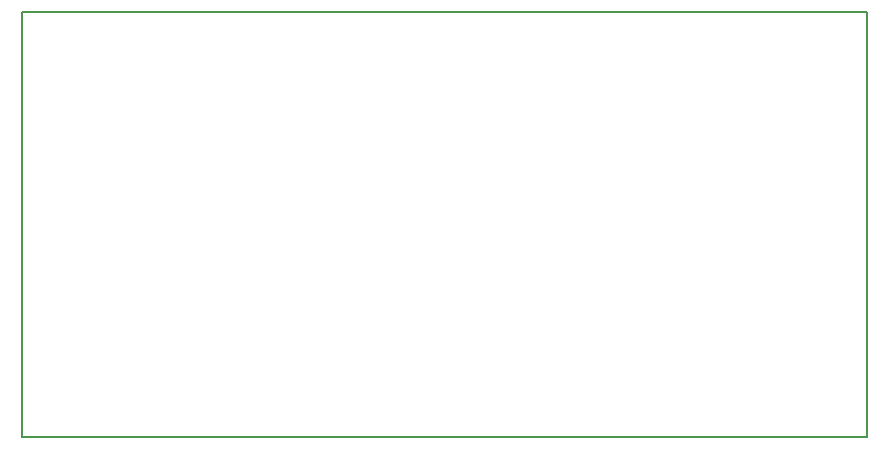
<source format=gm1>
G04 #@! TF.GenerationSoftware,KiCad,Pcbnew,8.0.7*
G04 #@! TF.CreationDate,2025-06-18T23:27:42-07:00*
G04 #@! TF.ProjectId,ESP32_MIDI2CV,45535033-325f-44d4-9944-493243562e6b,rev?*
G04 #@! TF.SameCoordinates,Original*
G04 #@! TF.FileFunction,Profile,NP*
%FSLAX46Y46*%
G04 Gerber Fmt 4.6, Leading zero omitted, Abs format (unit mm)*
G04 Created by KiCad (PCBNEW 8.0.7) date 2025-06-18 23:27:42*
%MOMM*%
%LPD*%
G01*
G04 APERTURE LIST*
G04 #@! TA.AperFunction,Profile*
%ADD10C,0.200000*%
G04 #@! TD*
G04 APERTURE END LIST*
D10*
X132000000Y-30000000D02*
X203500000Y-30000000D01*
X203500000Y-66000000D01*
X132000000Y-66000000D01*
X132000000Y-30000000D01*
M02*

</source>
